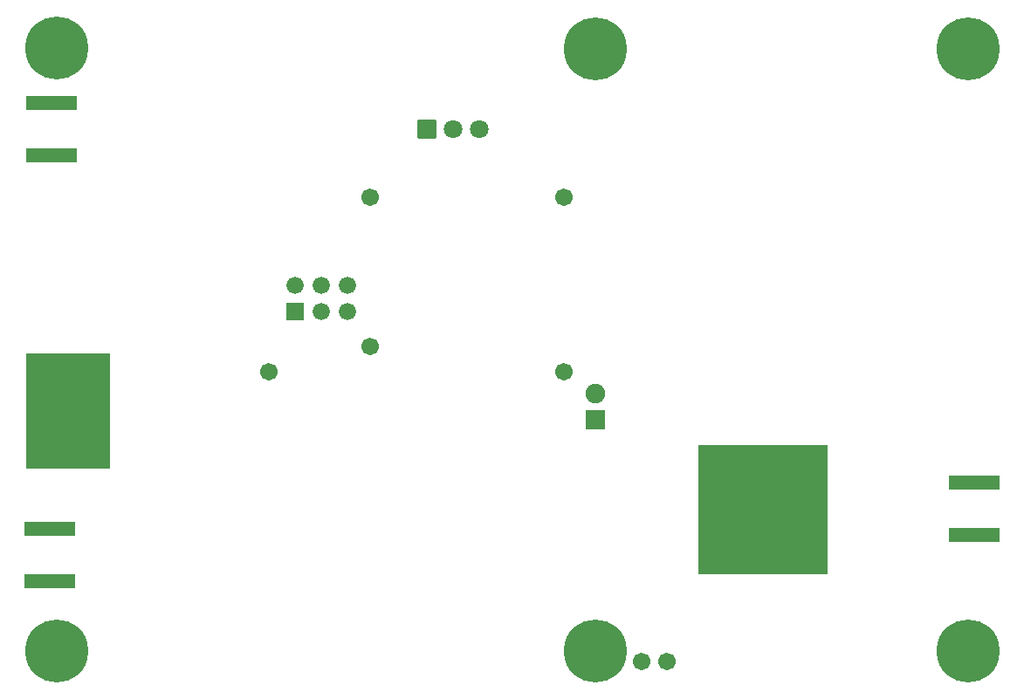
<source format=gbs>
G04 Layer: BottomSolderMaskLayer*
G04 EasyEDA v6.5.51, 2025-10-24 11:51:23*
G04 97615f8f373a41e584ce2743ba089a90,41e67a4a1722464fbd0118792d3d5ae6,10*
G04 Gerber Generator version 0.2*
G04 Scale: 100 percent, Rotated: No, Reflected: No *
G04 Dimensions in millimeters *
G04 leading zeros omitted , absolute positions ,4 integer and 5 decimal *
%FSLAX45Y45*%
%MOMM*%

%AMMACRO1*4,1,8,-6.271,-6.3008,-6.3008,-6.271,-6.3008,6.2711,-6.271,6.3008,6.271,6.3008,6.3008,6.2711,6.3008,-6.271,6.271,-6.3008,-6.271,-6.3008,0*%
%AMMACRO2*4,1,8,-0.8707,-0.9,-0.9,-0.8707,-0.9,0.8707,-0.8707,0.9,0.8707,0.9,0.9,0.8707,0.9,-0.8707,0.8707,-0.9,-0.8707,-0.9,0*%
%AMMACRO3*4,1,8,-0.9211,-0.9508,-0.9508,-0.921,-0.9508,0.9211,-0.9211,0.9508,0.921,0.9508,0.9508,0.9211,0.9508,-0.921,0.921,-0.9508,-0.9211,-0.9508,0*%
%AMMACRO4*4,1,8,-2.4211,-0.6508,-2.4508,-0.621,-2.4508,0.6211,-2.4211,0.6508,2.421,0.6508,2.4508,0.6211,2.4508,-0.621,2.421,-0.6508,-2.4211,-0.6508,0*%
%AMMACRO5*4,1,8,-4.021,-5.5508,-4.0508,-5.521,-4.0508,5.521,-4.021,5.5508,4.021,5.5508,4.0508,5.521,4.0508,-5.521,4.021,-5.5508,-4.021,-5.5508,0*%
%AMMACRO6*4,1,8,-0.8085,-0.8382,-0.8382,-0.8084,-0.8382,0.8085,-0.8085,0.8382,0.8084,0.8382,0.8382,0.8085,0.8382,-0.8084,0.8084,-0.8382,-0.8085,-0.8382,0*%
%AMMACRO7*4,1,8,-0.8211,-0.8508,-0.8508,-0.821,-0.8508,0.8211,-0.8211,0.8508,0.821,0.8508,0.8508,0.8211,0.8508,-0.821,0.821,-0.8508,-0.8211,-0.8508,0*%
%ADD10MACRO1*%
%ADD11MACRO2*%
%ADD12C,1.8000*%
%ADD13C,1.9016*%
%ADD14MACRO3*%
%ADD15MACRO4*%
%ADD16MACRO5*%
%ADD17C,1.7016*%
%ADD18C,1.6764*%
%ADD19C,0.0113*%
%ADD20MACRO6*%
%ADD21C,6.1016*%
%ADD22MACRO7*%

%LPD*%
D10*
G01*
X7179984Y-7809984D03*
D11*
G01*
X3915917Y-4119879D03*
D12*
G01*
X4169918Y-4119879D03*
G01*
X4423918Y-4119879D03*
D13*
G01*
X5550001Y-6682994D03*
D14*
G01*
X5549988Y-6936986D03*
D15*
G01*
X259994Y-8504986D03*
G01*
X259994Y-7994980D03*
G01*
X9229986Y-7544981D03*
G01*
X9229986Y-8054987D03*
G01*
X279384Y-4370809D03*
G01*
X279384Y-3860802D03*
D16*
G01*
X434787Y-6849983D03*
D17*
G01*
X5999988Y-9279991D03*
G01*
X6250000Y-9279991D03*
D18*
G01*
X3149600Y-5634202D03*
G01*
X3149600Y-5888202D03*
G01*
X2895600Y-5634202D03*
G01*
X2895600Y-5888202D03*
G01*
X2641600Y-5634202D03*
D20*
G01*
X2641589Y-5888205D03*
D21*
G01*
X9169984Y-3339998D03*
G01*
X329996Y-9179991D03*
D17*
G01*
X2389987Y-6469989D03*
G01*
X5250002Y-6469989D03*
G01*
X3369995Y-6229985D03*
G01*
X3369995Y-4780000D03*
G01*
X5250002Y-4780000D03*
D22*
G01*
X129989Y-6429984D03*
G01*
X339989Y-6429984D03*
G01*
X549988Y-6429984D03*
G01*
X749988Y-6429984D03*
G01*
X749988Y-6639984D03*
G01*
X549988Y-6639984D03*
G01*
X339989Y-6639984D03*
G01*
X129989Y-6639984D03*
G01*
X749988Y-6849983D03*
G01*
X549988Y-6849983D03*
G01*
X339989Y-6849983D03*
G01*
X129989Y-6849983D03*
G01*
X749988Y-7059983D03*
G01*
X549988Y-7059983D03*
G01*
X339989Y-7059983D03*
G01*
X129989Y-7059983D03*
G01*
X749988Y-7269982D03*
G01*
X549988Y-7269982D03*
G01*
X339989Y-7269982D03*
G01*
X129989Y-7269982D03*
G01*
X6959988Y-8229973D03*
G01*
X7169988Y-8229973D03*
G01*
X7379987Y-8229973D03*
G01*
X7579987Y-8229973D03*
G01*
X6959988Y-8019973D03*
G01*
X7169988Y-8019973D03*
G01*
X7379987Y-8019973D03*
G01*
X7579987Y-8019973D03*
G01*
X6959988Y-7809974D03*
G01*
X7169988Y-7809974D03*
G01*
X7379987Y-7809974D03*
G01*
X7579987Y-7809974D03*
G01*
X6959988Y-7599974D03*
G01*
X7169988Y-7599974D03*
G01*
X7379987Y-7599974D03*
G01*
X7579987Y-7599974D03*
G01*
X7579987Y-7389975D03*
G01*
X7379987Y-7389975D03*
G01*
X7169988Y-7389975D03*
G01*
X6959988Y-7389975D03*
G01*
X6739989Y-7389975D03*
G01*
X6739989Y-7599974D03*
G01*
X6739989Y-7809974D03*
G01*
X6739989Y-8019973D03*
G01*
X6739989Y-8229973D03*
D21*
G01*
X329996Y-3329990D03*
G01*
X5550001Y-3339998D03*
G01*
X5549620Y-9179991D03*
G01*
X9169984Y-9179991D03*
M02*

</source>
